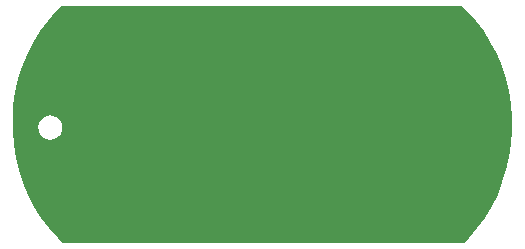
<source format=gbr>
%TF.GenerationSoftware,Altium Limited,Altium Designer,20.0.10 (225)*%
G04 Layer_Physical_Order=2*
G04 Layer_Color=16711680*
%FSLAX26Y26*%
%MOIN*%
%TF.FileFunction,Copper,L2,Bot,Signal*%
%TF.Part,Single*%
G01*
G75*
G36*
X4928575Y2210000D02*
X4928575Y2210000D01*
X4928575D01*
X4944209Y2194583D01*
X4972961Y2161392D01*
X4999020Y2126048D01*
X5022226Y2088767D01*
X5042435Y2049781D01*
X5059523Y2009330D01*
X5073384Y1967662D01*
X5083934Y1925036D01*
X5091107Y1881713D01*
X5094858Y1837961D01*
X5095165Y1794049D01*
X5092026Y1750249D01*
X5085460Y1706830D01*
X5075508Y1664060D01*
X5062231Y1622202D01*
X5045710Y1581516D01*
X5026048Y1542251D01*
X5003367Y1504650D01*
X4977805Y1468944D01*
X4949520Y1435354D01*
X4934103Y1419720D01*
X3595528D01*
X3579894Y1435137D01*
X3551142Y1468328D01*
X3525083Y1503672D01*
X3501878Y1540953D01*
X3481669Y1579939D01*
X3464581Y1620390D01*
X3450719Y1662058D01*
X3440169Y1704684D01*
X3432997Y1748007D01*
X3429245Y1791759D01*
X3428938Y1835671D01*
X3432077Y1879471D01*
X3438643Y1922890D01*
X3448595Y1965660D01*
X3461873Y2007517D01*
X3478393Y2048204D01*
X3498055Y2087469D01*
X3520737Y2125070D01*
X3546299Y2160776D01*
X3574584Y2194366D01*
X3590000Y2210000D01*
X4928575Y2210000D01*
D02*
G37*
%LPC*%
G36*
X3555000Y1845345D02*
X3544558Y1843970D01*
X3534827Y1839940D01*
X3526472Y1833528D01*
X3520060Y1825173D01*
X3516030Y1815442D01*
X3514655Y1805000D01*
X3516030Y1794558D01*
X3520060Y1784827D01*
X3526472Y1776472D01*
X3534827Y1770060D01*
X3544558Y1766030D01*
X3555000Y1764655D01*
X3565442Y1766030D01*
X3575173Y1770060D01*
X3583528Y1776472D01*
X3589940Y1784827D01*
X3593970Y1794558D01*
X3595345Y1805000D01*
X3593970Y1815442D01*
X3589940Y1825173D01*
X3583528Y1833528D01*
X3575173Y1839940D01*
X3565442Y1843970D01*
X3555000Y1845345D01*
D02*
G37*
%LPD*%
%TF.MD5,ab27700867d34ce892ef9bbcf8bc5bbb*%
M02*

</source>
